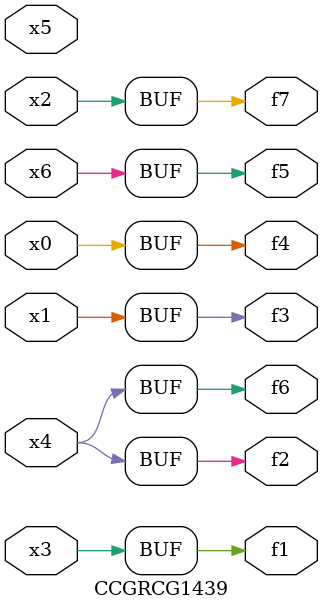
<source format=v>
module CCGRCG1439(
	input x0, x1, x2, x3, x4, x5, x6,
	output f1, f2, f3, f4, f5, f6, f7
);
	assign f1 = x3;
	assign f2 = x4;
	assign f3 = x1;
	assign f4 = x0;
	assign f5 = x6;
	assign f6 = x4;
	assign f7 = x2;
endmodule

</source>
